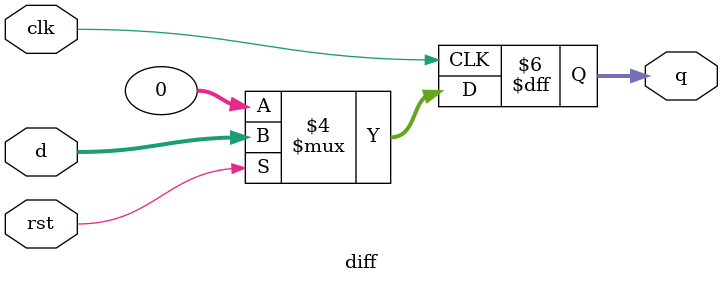
<source format=v>
module diff ( d,q, clk, rst); 
output [31:0]q; 
input [31:0]d; 
input rst,clk; 
reg [31:0]q; 

always @(posedge clk) 
    if(rst==0) 
         q<=0; 
    else                                          
      q<=d; 
endmodule 

</source>
